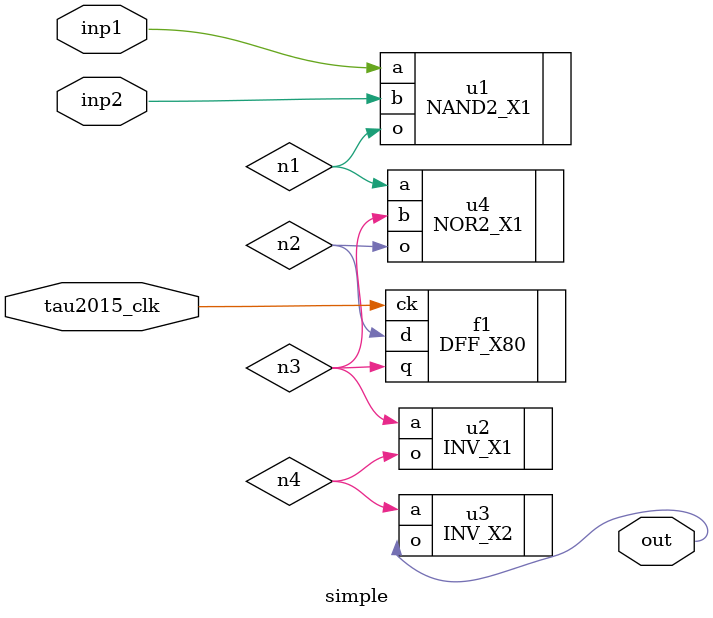
<source format=v>
module simple (
inp1,
inp2,
tau2015_clk,
out
);

input inp1 ;
input inp2 ;
input tau2015_clk ;
output out ;

wire n1 ;
wire n2 ;
wire n3 ;
wire n4 ;
wire inp1 ;
wire inp2 ;
wire tau2015_clk ;
wire out ;


NAND2_X1 u1 ( .a(inp1 ), .b(inp2 ), .o(n1 ) );
DFF_X80 f1 ( .d(n2 ), .ck(tau2015_clk ), .q(n3 ) );
INV_X1 u2 ( .a(n3 ), .o(n4 ) );
INV_X2 u3 ( .a(n4 ), .o(out ) );
NOR2_X1 u4 ( .a(n1 ), .b(n3 ), .o(n2 ) );

endmodule

</source>
